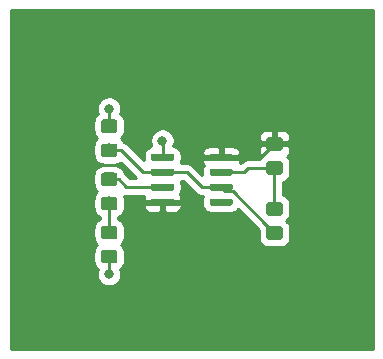
<source format=gbr>
G04 #@! TF.GenerationSoftware,KiCad,Pcbnew,(5.1.4)-1*
G04 #@! TF.CreationDate,2019-10-04T20:40:23-05:00*
G04 #@! TF.ProjectId,GettingToBlinky5.0,47657474-696e-4675-946f-426c696e6b79,rev?*
G04 #@! TF.SameCoordinates,Original*
G04 #@! TF.FileFunction,Copper,L1,Top*
G04 #@! TF.FilePolarity,Positive*
%FSLAX46Y46*%
G04 Gerber Fmt 4.6, Leading zero omitted, Abs format (unit mm)*
G04 Created by KiCad (PCBNEW (5.1.4)-1) date 2019-10-04 20:40:23*
%MOMM*%
%LPD*%
G04 APERTURE LIST*
%ADD10C,0.100000*%
%ADD11C,0.600000*%
%ADD12C,1.150000*%
%ADD13C,0.800000*%
%ADD14C,0.250000*%
%ADD15C,0.254000*%
G04 APERTURE END LIST*
D10*
G36*
X149314703Y-94795722D02*
G01*
X149329264Y-94797882D01*
X149343543Y-94801459D01*
X149357403Y-94806418D01*
X149370710Y-94812712D01*
X149383336Y-94820280D01*
X149395159Y-94829048D01*
X149406066Y-94838934D01*
X149415952Y-94849841D01*
X149424720Y-94861664D01*
X149432288Y-94874290D01*
X149438582Y-94887597D01*
X149443541Y-94901457D01*
X149447118Y-94915736D01*
X149449278Y-94930297D01*
X149450000Y-94945000D01*
X149450000Y-95245000D01*
X149449278Y-95259703D01*
X149447118Y-95274264D01*
X149443541Y-95288543D01*
X149438582Y-95302403D01*
X149432288Y-95315710D01*
X149424720Y-95328336D01*
X149415952Y-95340159D01*
X149406066Y-95351066D01*
X149395159Y-95360952D01*
X149383336Y-95369720D01*
X149370710Y-95377288D01*
X149357403Y-95383582D01*
X149343543Y-95388541D01*
X149329264Y-95392118D01*
X149314703Y-95394278D01*
X149300000Y-95395000D01*
X147650000Y-95395000D01*
X147635297Y-95394278D01*
X147620736Y-95392118D01*
X147606457Y-95388541D01*
X147592597Y-95383582D01*
X147579290Y-95377288D01*
X147566664Y-95369720D01*
X147554841Y-95360952D01*
X147543934Y-95351066D01*
X147534048Y-95340159D01*
X147525280Y-95328336D01*
X147517712Y-95315710D01*
X147511418Y-95302403D01*
X147506459Y-95288543D01*
X147502882Y-95274264D01*
X147500722Y-95259703D01*
X147500000Y-95245000D01*
X147500000Y-94945000D01*
X147500722Y-94930297D01*
X147502882Y-94915736D01*
X147506459Y-94901457D01*
X147511418Y-94887597D01*
X147517712Y-94874290D01*
X147525280Y-94861664D01*
X147534048Y-94849841D01*
X147543934Y-94838934D01*
X147554841Y-94829048D01*
X147566664Y-94820280D01*
X147579290Y-94812712D01*
X147592597Y-94806418D01*
X147606457Y-94801459D01*
X147620736Y-94797882D01*
X147635297Y-94795722D01*
X147650000Y-94795000D01*
X149300000Y-94795000D01*
X149314703Y-94795722D01*
X149314703Y-94795722D01*
G37*
D11*
X148475000Y-95095000D03*
D10*
G36*
X149314703Y-96065722D02*
G01*
X149329264Y-96067882D01*
X149343543Y-96071459D01*
X149357403Y-96076418D01*
X149370710Y-96082712D01*
X149383336Y-96090280D01*
X149395159Y-96099048D01*
X149406066Y-96108934D01*
X149415952Y-96119841D01*
X149424720Y-96131664D01*
X149432288Y-96144290D01*
X149438582Y-96157597D01*
X149443541Y-96171457D01*
X149447118Y-96185736D01*
X149449278Y-96200297D01*
X149450000Y-96215000D01*
X149450000Y-96515000D01*
X149449278Y-96529703D01*
X149447118Y-96544264D01*
X149443541Y-96558543D01*
X149438582Y-96572403D01*
X149432288Y-96585710D01*
X149424720Y-96598336D01*
X149415952Y-96610159D01*
X149406066Y-96621066D01*
X149395159Y-96630952D01*
X149383336Y-96639720D01*
X149370710Y-96647288D01*
X149357403Y-96653582D01*
X149343543Y-96658541D01*
X149329264Y-96662118D01*
X149314703Y-96664278D01*
X149300000Y-96665000D01*
X147650000Y-96665000D01*
X147635297Y-96664278D01*
X147620736Y-96662118D01*
X147606457Y-96658541D01*
X147592597Y-96653582D01*
X147579290Y-96647288D01*
X147566664Y-96639720D01*
X147554841Y-96630952D01*
X147543934Y-96621066D01*
X147534048Y-96610159D01*
X147525280Y-96598336D01*
X147517712Y-96585710D01*
X147511418Y-96572403D01*
X147506459Y-96558543D01*
X147502882Y-96544264D01*
X147500722Y-96529703D01*
X147500000Y-96515000D01*
X147500000Y-96215000D01*
X147500722Y-96200297D01*
X147502882Y-96185736D01*
X147506459Y-96171457D01*
X147511418Y-96157597D01*
X147517712Y-96144290D01*
X147525280Y-96131664D01*
X147534048Y-96119841D01*
X147543934Y-96108934D01*
X147554841Y-96099048D01*
X147566664Y-96090280D01*
X147579290Y-96082712D01*
X147592597Y-96076418D01*
X147606457Y-96071459D01*
X147620736Y-96067882D01*
X147635297Y-96065722D01*
X147650000Y-96065000D01*
X149300000Y-96065000D01*
X149314703Y-96065722D01*
X149314703Y-96065722D01*
G37*
D11*
X148475000Y-96365000D03*
D10*
G36*
X149314703Y-97335722D02*
G01*
X149329264Y-97337882D01*
X149343543Y-97341459D01*
X149357403Y-97346418D01*
X149370710Y-97352712D01*
X149383336Y-97360280D01*
X149395159Y-97369048D01*
X149406066Y-97378934D01*
X149415952Y-97389841D01*
X149424720Y-97401664D01*
X149432288Y-97414290D01*
X149438582Y-97427597D01*
X149443541Y-97441457D01*
X149447118Y-97455736D01*
X149449278Y-97470297D01*
X149450000Y-97485000D01*
X149450000Y-97785000D01*
X149449278Y-97799703D01*
X149447118Y-97814264D01*
X149443541Y-97828543D01*
X149438582Y-97842403D01*
X149432288Y-97855710D01*
X149424720Y-97868336D01*
X149415952Y-97880159D01*
X149406066Y-97891066D01*
X149395159Y-97900952D01*
X149383336Y-97909720D01*
X149370710Y-97917288D01*
X149357403Y-97923582D01*
X149343543Y-97928541D01*
X149329264Y-97932118D01*
X149314703Y-97934278D01*
X149300000Y-97935000D01*
X147650000Y-97935000D01*
X147635297Y-97934278D01*
X147620736Y-97932118D01*
X147606457Y-97928541D01*
X147592597Y-97923582D01*
X147579290Y-97917288D01*
X147566664Y-97909720D01*
X147554841Y-97900952D01*
X147543934Y-97891066D01*
X147534048Y-97880159D01*
X147525280Y-97868336D01*
X147517712Y-97855710D01*
X147511418Y-97842403D01*
X147506459Y-97828543D01*
X147502882Y-97814264D01*
X147500722Y-97799703D01*
X147500000Y-97785000D01*
X147500000Y-97485000D01*
X147500722Y-97470297D01*
X147502882Y-97455736D01*
X147506459Y-97441457D01*
X147511418Y-97427597D01*
X147517712Y-97414290D01*
X147525280Y-97401664D01*
X147534048Y-97389841D01*
X147543934Y-97378934D01*
X147554841Y-97369048D01*
X147566664Y-97360280D01*
X147579290Y-97352712D01*
X147592597Y-97346418D01*
X147606457Y-97341459D01*
X147620736Y-97337882D01*
X147635297Y-97335722D01*
X147650000Y-97335000D01*
X149300000Y-97335000D01*
X149314703Y-97335722D01*
X149314703Y-97335722D01*
G37*
D11*
X148475000Y-97635000D03*
D10*
G36*
X149314703Y-98605722D02*
G01*
X149329264Y-98607882D01*
X149343543Y-98611459D01*
X149357403Y-98616418D01*
X149370710Y-98622712D01*
X149383336Y-98630280D01*
X149395159Y-98639048D01*
X149406066Y-98648934D01*
X149415952Y-98659841D01*
X149424720Y-98671664D01*
X149432288Y-98684290D01*
X149438582Y-98697597D01*
X149443541Y-98711457D01*
X149447118Y-98725736D01*
X149449278Y-98740297D01*
X149450000Y-98755000D01*
X149450000Y-99055000D01*
X149449278Y-99069703D01*
X149447118Y-99084264D01*
X149443541Y-99098543D01*
X149438582Y-99112403D01*
X149432288Y-99125710D01*
X149424720Y-99138336D01*
X149415952Y-99150159D01*
X149406066Y-99161066D01*
X149395159Y-99170952D01*
X149383336Y-99179720D01*
X149370710Y-99187288D01*
X149357403Y-99193582D01*
X149343543Y-99198541D01*
X149329264Y-99202118D01*
X149314703Y-99204278D01*
X149300000Y-99205000D01*
X147650000Y-99205000D01*
X147635297Y-99204278D01*
X147620736Y-99202118D01*
X147606457Y-99198541D01*
X147592597Y-99193582D01*
X147579290Y-99187288D01*
X147566664Y-99179720D01*
X147554841Y-99170952D01*
X147543934Y-99161066D01*
X147534048Y-99150159D01*
X147525280Y-99138336D01*
X147517712Y-99125710D01*
X147511418Y-99112403D01*
X147506459Y-99098543D01*
X147502882Y-99084264D01*
X147500722Y-99069703D01*
X147500000Y-99055000D01*
X147500000Y-98755000D01*
X147500722Y-98740297D01*
X147502882Y-98725736D01*
X147506459Y-98711457D01*
X147511418Y-98697597D01*
X147517712Y-98684290D01*
X147525280Y-98671664D01*
X147534048Y-98659841D01*
X147543934Y-98648934D01*
X147554841Y-98639048D01*
X147566664Y-98630280D01*
X147579290Y-98622712D01*
X147592597Y-98616418D01*
X147606457Y-98611459D01*
X147620736Y-98607882D01*
X147635297Y-98605722D01*
X147650000Y-98605000D01*
X149300000Y-98605000D01*
X149314703Y-98605722D01*
X149314703Y-98605722D01*
G37*
D11*
X148475000Y-98905000D03*
D10*
G36*
X144364703Y-98605722D02*
G01*
X144379264Y-98607882D01*
X144393543Y-98611459D01*
X144407403Y-98616418D01*
X144420710Y-98622712D01*
X144433336Y-98630280D01*
X144445159Y-98639048D01*
X144456066Y-98648934D01*
X144465952Y-98659841D01*
X144474720Y-98671664D01*
X144482288Y-98684290D01*
X144488582Y-98697597D01*
X144493541Y-98711457D01*
X144497118Y-98725736D01*
X144499278Y-98740297D01*
X144500000Y-98755000D01*
X144500000Y-99055000D01*
X144499278Y-99069703D01*
X144497118Y-99084264D01*
X144493541Y-99098543D01*
X144488582Y-99112403D01*
X144482288Y-99125710D01*
X144474720Y-99138336D01*
X144465952Y-99150159D01*
X144456066Y-99161066D01*
X144445159Y-99170952D01*
X144433336Y-99179720D01*
X144420710Y-99187288D01*
X144407403Y-99193582D01*
X144393543Y-99198541D01*
X144379264Y-99202118D01*
X144364703Y-99204278D01*
X144350000Y-99205000D01*
X142700000Y-99205000D01*
X142685297Y-99204278D01*
X142670736Y-99202118D01*
X142656457Y-99198541D01*
X142642597Y-99193582D01*
X142629290Y-99187288D01*
X142616664Y-99179720D01*
X142604841Y-99170952D01*
X142593934Y-99161066D01*
X142584048Y-99150159D01*
X142575280Y-99138336D01*
X142567712Y-99125710D01*
X142561418Y-99112403D01*
X142556459Y-99098543D01*
X142552882Y-99084264D01*
X142550722Y-99069703D01*
X142550000Y-99055000D01*
X142550000Y-98755000D01*
X142550722Y-98740297D01*
X142552882Y-98725736D01*
X142556459Y-98711457D01*
X142561418Y-98697597D01*
X142567712Y-98684290D01*
X142575280Y-98671664D01*
X142584048Y-98659841D01*
X142593934Y-98648934D01*
X142604841Y-98639048D01*
X142616664Y-98630280D01*
X142629290Y-98622712D01*
X142642597Y-98616418D01*
X142656457Y-98611459D01*
X142670736Y-98607882D01*
X142685297Y-98605722D01*
X142700000Y-98605000D01*
X144350000Y-98605000D01*
X144364703Y-98605722D01*
X144364703Y-98605722D01*
G37*
D11*
X143525000Y-98905000D03*
D10*
G36*
X144364703Y-97335722D02*
G01*
X144379264Y-97337882D01*
X144393543Y-97341459D01*
X144407403Y-97346418D01*
X144420710Y-97352712D01*
X144433336Y-97360280D01*
X144445159Y-97369048D01*
X144456066Y-97378934D01*
X144465952Y-97389841D01*
X144474720Y-97401664D01*
X144482288Y-97414290D01*
X144488582Y-97427597D01*
X144493541Y-97441457D01*
X144497118Y-97455736D01*
X144499278Y-97470297D01*
X144500000Y-97485000D01*
X144500000Y-97785000D01*
X144499278Y-97799703D01*
X144497118Y-97814264D01*
X144493541Y-97828543D01*
X144488582Y-97842403D01*
X144482288Y-97855710D01*
X144474720Y-97868336D01*
X144465952Y-97880159D01*
X144456066Y-97891066D01*
X144445159Y-97900952D01*
X144433336Y-97909720D01*
X144420710Y-97917288D01*
X144407403Y-97923582D01*
X144393543Y-97928541D01*
X144379264Y-97932118D01*
X144364703Y-97934278D01*
X144350000Y-97935000D01*
X142700000Y-97935000D01*
X142685297Y-97934278D01*
X142670736Y-97932118D01*
X142656457Y-97928541D01*
X142642597Y-97923582D01*
X142629290Y-97917288D01*
X142616664Y-97909720D01*
X142604841Y-97900952D01*
X142593934Y-97891066D01*
X142584048Y-97880159D01*
X142575280Y-97868336D01*
X142567712Y-97855710D01*
X142561418Y-97842403D01*
X142556459Y-97828543D01*
X142552882Y-97814264D01*
X142550722Y-97799703D01*
X142550000Y-97785000D01*
X142550000Y-97485000D01*
X142550722Y-97470297D01*
X142552882Y-97455736D01*
X142556459Y-97441457D01*
X142561418Y-97427597D01*
X142567712Y-97414290D01*
X142575280Y-97401664D01*
X142584048Y-97389841D01*
X142593934Y-97378934D01*
X142604841Y-97369048D01*
X142616664Y-97360280D01*
X142629290Y-97352712D01*
X142642597Y-97346418D01*
X142656457Y-97341459D01*
X142670736Y-97337882D01*
X142685297Y-97335722D01*
X142700000Y-97335000D01*
X144350000Y-97335000D01*
X144364703Y-97335722D01*
X144364703Y-97335722D01*
G37*
D11*
X143525000Y-97635000D03*
D10*
G36*
X144364703Y-96065722D02*
G01*
X144379264Y-96067882D01*
X144393543Y-96071459D01*
X144407403Y-96076418D01*
X144420710Y-96082712D01*
X144433336Y-96090280D01*
X144445159Y-96099048D01*
X144456066Y-96108934D01*
X144465952Y-96119841D01*
X144474720Y-96131664D01*
X144482288Y-96144290D01*
X144488582Y-96157597D01*
X144493541Y-96171457D01*
X144497118Y-96185736D01*
X144499278Y-96200297D01*
X144500000Y-96215000D01*
X144500000Y-96515000D01*
X144499278Y-96529703D01*
X144497118Y-96544264D01*
X144493541Y-96558543D01*
X144488582Y-96572403D01*
X144482288Y-96585710D01*
X144474720Y-96598336D01*
X144465952Y-96610159D01*
X144456066Y-96621066D01*
X144445159Y-96630952D01*
X144433336Y-96639720D01*
X144420710Y-96647288D01*
X144407403Y-96653582D01*
X144393543Y-96658541D01*
X144379264Y-96662118D01*
X144364703Y-96664278D01*
X144350000Y-96665000D01*
X142700000Y-96665000D01*
X142685297Y-96664278D01*
X142670736Y-96662118D01*
X142656457Y-96658541D01*
X142642597Y-96653582D01*
X142629290Y-96647288D01*
X142616664Y-96639720D01*
X142604841Y-96630952D01*
X142593934Y-96621066D01*
X142584048Y-96610159D01*
X142575280Y-96598336D01*
X142567712Y-96585710D01*
X142561418Y-96572403D01*
X142556459Y-96558543D01*
X142552882Y-96544264D01*
X142550722Y-96529703D01*
X142550000Y-96515000D01*
X142550000Y-96215000D01*
X142550722Y-96200297D01*
X142552882Y-96185736D01*
X142556459Y-96171457D01*
X142561418Y-96157597D01*
X142567712Y-96144290D01*
X142575280Y-96131664D01*
X142584048Y-96119841D01*
X142593934Y-96108934D01*
X142604841Y-96099048D01*
X142616664Y-96090280D01*
X142629290Y-96082712D01*
X142642597Y-96076418D01*
X142656457Y-96071459D01*
X142670736Y-96067882D01*
X142685297Y-96065722D01*
X142700000Y-96065000D01*
X144350000Y-96065000D01*
X144364703Y-96065722D01*
X144364703Y-96065722D01*
G37*
D11*
X143525000Y-96365000D03*
D10*
G36*
X144364703Y-94795722D02*
G01*
X144379264Y-94797882D01*
X144393543Y-94801459D01*
X144407403Y-94806418D01*
X144420710Y-94812712D01*
X144433336Y-94820280D01*
X144445159Y-94829048D01*
X144456066Y-94838934D01*
X144465952Y-94849841D01*
X144474720Y-94861664D01*
X144482288Y-94874290D01*
X144488582Y-94887597D01*
X144493541Y-94901457D01*
X144497118Y-94915736D01*
X144499278Y-94930297D01*
X144500000Y-94945000D01*
X144500000Y-95245000D01*
X144499278Y-95259703D01*
X144497118Y-95274264D01*
X144493541Y-95288543D01*
X144488582Y-95302403D01*
X144482288Y-95315710D01*
X144474720Y-95328336D01*
X144465952Y-95340159D01*
X144456066Y-95351066D01*
X144445159Y-95360952D01*
X144433336Y-95369720D01*
X144420710Y-95377288D01*
X144407403Y-95383582D01*
X144393543Y-95388541D01*
X144379264Y-95392118D01*
X144364703Y-95394278D01*
X144350000Y-95395000D01*
X142700000Y-95395000D01*
X142685297Y-95394278D01*
X142670736Y-95392118D01*
X142656457Y-95388541D01*
X142642597Y-95383582D01*
X142629290Y-95377288D01*
X142616664Y-95369720D01*
X142604841Y-95360952D01*
X142593934Y-95351066D01*
X142584048Y-95340159D01*
X142575280Y-95328336D01*
X142567712Y-95315710D01*
X142561418Y-95302403D01*
X142556459Y-95288543D01*
X142552882Y-95274264D01*
X142550722Y-95259703D01*
X142550000Y-95245000D01*
X142550000Y-94945000D01*
X142550722Y-94930297D01*
X142552882Y-94915736D01*
X142556459Y-94901457D01*
X142561418Y-94887597D01*
X142567712Y-94874290D01*
X142575280Y-94861664D01*
X142584048Y-94849841D01*
X142593934Y-94838934D01*
X142604841Y-94829048D01*
X142616664Y-94820280D01*
X142629290Y-94812712D01*
X142642597Y-94806418D01*
X142656457Y-94801459D01*
X142670736Y-94797882D01*
X142685297Y-94795722D01*
X142700000Y-94795000D01*
X144350000Y-94795000D01*
X144364703Y-94795722D01*
X144364703Y-94795722D01*
G37*
D11*
X143525000Y-95095000D03*
D10*
G36*
X139474505Y-98451204D02*
G01*
X139498773Y-98454804D01*
X139522572Y-98460765D01*
X139545671Y-98469030D01*
X139567850Y-98479520D01*
X139588893Y-98492132D01*
X139608599Y-98506747D01*
X139626777Y-98523223D01*
X139643253Y-98541401D01*
X139657868Y-98561107D01*
X139670480Y-98582150D01*
X139680970Y-98604329D01*
X139689235Y-98627428D01*
X139695196Y-98651227D01*
X139698796Y-98675495D01*
X139700000Y-98699999D01*
X139700000Y-99350001D01*
X139698796Y-99374505D01*
X139695196Y-99398773D01*
X139689235Y-99422572D01*
X139680970Y-99445671D01*
X139670480Y-99467850D01*
X139657868Y-99488893D01*
X139643253Y-99508599D01*
X139626777Y-99526777D01*
X139608599Y-99543253D01*
X139588893Y-99557868D01*
X139567850Y-99570480D01*
X139545671Y-99580970D01*
X139522572Y-99589235D01*
X139498773Y-99595196D01*
X139474505Y-99598796D01*
X139450001Y-99600000D01*
X138549999Y-99600000D01*
X138525495Y-99598796D01*
X138501227Y-99595196D01*
X138477428Y-99589235D01*
X138454329Y-99580970D01*
X138432150Y-99570480D01*
X138411107Y-99557868D01*
X138391401Y-99543253D01*
X138373223Y-99526777D01*
X138356747Y-99508599D01*
X138342132Y-99488893D01*
X138329520Y-99467850D01*
X138319030Y-99445671D01*
X138310765Y-99422572D01*
X138304804Y-99398773D01*
X138301204Y-99374505D01*
X138300000Y-99350001D01*
X138300000Y-98699999D01*
X138301204Y-98675495D01*
X138304804Y-98651227D01*
X138310765Y-98627428D01*
X138319030Y-98604329D01*
X138329520Y-98582150D01*
X138342132Y-98561107D01*
X138356747Y-98541401D01*
X138373223Y-98523223D01*
X138391401Y-98506747D01*
X138411107Y-98492132D01*
X138432150Y-98479520D01*
X138454329Y-98469030D01*
X138477428Y-98460765D01*
X138501227Y-98454804D01*
X138525495Y-98451204D01*
X138549999Y-98450000D01*
X139450001Y-98450000D01*
X139474505Y-98451204D01*
X139474505Y-98451204D01*
G37*
D12*
X139000000Y-99025000D03*
D10*
G36*
X139474505Y-96401204D02*
G01*
X139498773Y-96404804D01*
X139522572Y-96410765D01*
X139545671Y-96419030D01*
X139567850Y-96429520D01*
X139588893Y-96442132D01*
X139608599Y-96456747D01*
X139626777Y-96473223D01*
X139643253Y-96491401D01*
X139657868Y-96511107D01*
X139670480Y-96532150D01*
X139680970Y-96554329D01*
X139689235Y-96577428D01*
X139695196Y-96601227D01*
X139698796Y-96625495D01*
X139700000Y-96649999D01*
X139700000Y-97300001D01*
X139698796Y-97324505D01*
X139695196Y-97348773D01*
X139689235Y-97372572D01*
X139680970Y-97395671D01*
X139670480Y-97417850D01*
X139657868Y-97438893D01*
X139643253Y-97458599D01*
X139626777Y-97476777D01*
X139608599Y-97493253D01*
X139588893Y-97507868D01*
X139567850Y-97520480D01*
X139545671Y-97530970D01*
X139522572Y-97539235D01*
X139498773Y-97545196D01*
X139474505Y-97548796D01*
X139450001Y-97550000D01*
X138549999Y-97550000D01*
X138525495Y-97548796D01*
X138501227Y-97545196D01*
X138477428Y-97539235D01*
X138454329Y-97530970D01*
X138432150Y-97520480D01*
X138411107Y-97507868D01*
X138391401Y-97493253D01*
X138373223Y-97476777D01*
X138356747Y-97458599D01*
X138342132Y-97438893D01*
X138329520Y-97417850D01*
X138319030Y-97395671D01*
X138310765Y-97372572D01*
X138304804Y-97348773D01*
X138301204Y-97324505D01*
X138300000Y-97300001D01*
X138300000Y-96649999D01*
X138301204Y-96625495D01*
X138304804Y-96601227D01*
X138310765Y-96577428D01*
X138319030Y-96554329D01*
X138329520Y-96532150D01*
X138342132Y-96511107D01*
X138356747Y-96491401D01*
X138373223Y-96473223D01*
X138391401Y-96456747D01*
X138411107Y-96442132D01*
X138432150Y-96429520D01*
X138454329Y-96419030D01*
X138477428Y-96410765D01*
X138501227Y-96404804D01*
X138525495Y-96401204D01*
X138549999Y-96400000D01*
X139450001Y-96400000D01*
X139474505Y-96401204D01*
X139474505Y-96401204D01*
G37*
D12*
X139000000Y-96975000D03*
D10*
G36*
X153474505Y-100951204D02*
G01*
X153498773Y-100954804D01*
X153522572Y-100960765D01*
X153545671Y-100969030D01*
X153567850Y-100979520D01*
X153588893Y-100992132D01*
X153608599Y-101006747D01*
X153626777Y-101023223D01*
X153643253Y-101041401D01*
X153657868Y-101061107D01*
X153670480Y-101082150D01*
X153680970Y-101104329D01*
X153689235Y-101127428D01*
X153695196Y-101151227D01*
X153698796Y-101175495D01*
X153700000Y-101199999D01*
X153700000Y-101850001D01*
X153698796Y-101874505D01*
X153695196Y-101898773D01*
X153689235Y-101922572D01*
X153680970Y-101945671D01*
X153670480Y-101967850D01*
X153657868Y-101988893D01*
X153643253Y-102008599D01*
X153626777Y-102026777D01*
X153608599Y-102043253D01*
X153588893Y-102057868D01*
X153567850Y-102070480D01*
X153545671Y-102080970D01*
X153522572Y-102089235D01*
X153498773Y-102095196D01*
X153474505Y-102098796D01*
X153450001Y-102100000D01*
X152549999Y-102100000D01*
X152525495Y-102098796D01*
X152501227Y-102095196D01*
X152477428Y-102089235D01*
X152454329Y-102080970D01*
X152432150Y-102070480D01*
X152411107Y-102057868D01*
X152391401Y-102043253D01*
X152373223Y-102026777D01*
X152356747Y-102008599D01*
X152342132Y-101988893D01*
X152329520Y-101967850D01*
X152319030Y-101945671D01*
X152310765Y-101922572D01*
X152304804Y-101898773D01*
X152301204Y-101874505D01*
X152300000Y-101850001D01*
X152300000Y-101199999D01*
X152301204Y-101175495D01*
X152304804Y-101151227D01*
X152310765Y-101127428D01*
X152319030Y-101104329D01*
X152329520Y-101082150D01*
X152342132Y-101061107D01*
X152356747Y-101041401D01*
X152373223Y-101023223D01*
X152391401Y-101006747D01*
X152411107Y-100992132D01*
X152432150Y-100979520D01*
X152454329Y-100969030D01*
X152477428Y-100960765D01*
X152501227Y-100954804D01*
X152525495Y-100951204D01*
X152549999Y-100950000D01*
X153450001Y-100950000D01*
X153474505Y-100951204D01*
X153474505Y-100951204D01*
G37*
D12*
X153000000Y-101525000D03*
D10*
G36*
X153474505Y-98901204D02*
G01*
X153498773Y-98904804D01*
X153522572Y-98910765D01*
X153545671Y-98919030D01*
X153567850Y-98929520D01*
X153588893Y-98942132D01*
X153608599Y-98956747D01*
X153626777Y-98973223D01*
X153643253Y-98991401D01*
X153657868Y-99011107D01*
X153670480Y-99032150D01*
X153680970Y-99054329D01*
X153689235Y-99077428D01*
X153695196Y-99101227D01*
X153698796Y-99125495D01*
X153700000Y-99149999D01*
X153700000Y-99800001D01*
X153698796Y-99824505D01*
X153695196Y-99848773D01*
X153689235Y-99872572D01*
X153680970Y-99895671D01*
X153670480Y-99917850D01*
X153657868Y-99938893D01*
X153643253Y-99958599D01*
X153626777Y-99976777D01*
X153608599Y-99993253D01*
X153588893Y-100007868D01*
X153567850Y-100020480D01*
X153545671Y-100030970D01*
X153522572Y-100039235D01*
X153498773Y-100045196D01*
X153474505Y-100048796D01*
X153450001Y-100050000D01*
X152549999Y-100050000D01*
X152525495Y-100048796D01*
X152501227Y-100045196D01*
X152477428Y-100039235D01*
X152454329Y-100030970D01*
X152432150Y-100020480D01*
X152411107Y-100007868D01*
X152391401Y-99993253D01*
X152373223Y-99976777D01*
X152356747Y-99958599D01*
X152342132Y-99938893D01*
X152329520Y-99917850D01*
X152319030Y-99895671D01*
X152310765Y-99872572D01*
X152304804Y-99848773D01*
X152301204Y-99824505D01*
X152300000Y-99800001D01*
X152300000Y-99149999D01*
X152301204Y-99125495D01*
X152304804Y-99101227D01*
X152310765Y-99077428D01*
X152319030Y-99054329D01*
X152329520Y-99032150D01*
X152342132Y-99011107D01*
X152356747Y-98991401D01*
X152373223Y-98973223D01*
X152391401Y-98956747D01*
X152411107Y-98942132D01*
X152432150Y-98929520D01*
X152454329Y-98919030D01*
X152477428Y-98910765D01*
X152501227Y-98904804D01*
X152525495Y-98901204D01*
X152549999Y-98900000D01*
X153450001Y-98900000D01*
X153474505Y-98901204D01*
X153474505Y-98901204D01*
G37*
D12*
X153000000Y-99475000D03*
D10*
G36*
X153474505Y-95451204D02*
G01*
X153498773Y-95454804D01*
X153522572Y-95460765D01*
X153545671Y-95469030D01*
X153567850Y-95479520D01*
X153588893Y-95492132D01*
X153608599Y-95506747D01*
X153626777Y-95523223D01*
X153643253Y-95541401D01*
X153657868Y-95561107D01*
X153670480Y-95582150D01*
X153680970Y-95604329D01*
X153689235Y-95627428D01*
X153695196Y-95651227D01*
X153698796Y-95675495D01*
X153700000Y-95699999D01*
X153700000Y-96350001D01*
X153698796Y-96374505D01*
X153695196Y-96398773D01*
X153689235Y-96422572D01*
X153680970Y-96445671D01*
X153670480Y-96467850D01*
X153657868Y-96488893D01*
X153643253Y-96508599D01*
X153626777Y-96526777D01*
X153608599Y-96543253D01*
X153588893Y-96557868D01*
X153567850Y-96570480D01*
X153545671Y-96580970D01*
X153522572Y-96589235D01*
X153498773Y-96595196D01*
X153474505Y-96598796D01*
X153450001Y-96600000D01*
X152549999Y-96600000D01*
X152525495Y-96598796D01*
X152501227Y-96595196D01*
X152477428Y-96589235D01*
X152454329Y-96580970D01*
X152432150Y-96570480D01*
X152411107Y-96557868D01*
X152391401Y-96543253D01*
X152373223Y-96526777D01*
X152356747Y-96508599D01*
X152342132Y-96488893D01*
X152329520Y-96467850D01*
X152319030Y-96445671D01*
X152310765Y-96422572D01*
X152304804Y-96398773D01*
X152301204Y-96374505D01*
X152300000Y-96350001D01*
X152300000Y-95699999D01*
X152301204Y-95675495D01*
X152304804Y-95651227D01*
X152310765Y-95627428D01*
X152319030Y-95604329D01*
X152329520Y-95582150D01*
X152342132Y-95561107D01*
X152356747Y-95541401D01*
X152373223Y-95523223D01*
X152391401Y-95506747D01*
X152411107Y-95492132D01*
X152432150Y-95479520D01*
X152454329Y-95469030D01*
X152477428Y-95460765D01*
X152501227Y-95454804D01*
X152525495Y-95451204D01*
X152549999Y-95450000D01*
X153450001Y-95450000D01*
X153474505Y-95451204D01*
X153474505Y-95451204D01*
G37*
D12*
X153000000Y-96025000D03*
D10*
G36*
X153474505Y-93401204D02*
G01*
X153498773Y-93404804D01*
X153522572Y-93410765D01*
X153545671Y-93419030D01*
X153567850Y-93429520D01*
X153588893Y-93442132D01*
X153608599Y-93456747D01*
X153626777Y-93473223D01*
X153643253Y-93491401D01*
X153657868Y-93511107D01*
X153670480Y-93532150D01*
X153680970Y-93554329D01*
X153689235Y-93577428D01*
X153695196Y-93601227D01*
X153698796Y-93625495D01*
X153700000Y-93649999D01*
X153700000Y-94300001D01*
X153698796Y-94324505D01*
X153695196Y-94348773D01*
X153689235Y-94372572D01*
X153680970Y-94395671D01*
X153670480Y-94417850D01*
X153657868Y-94438893D01*
X153643253Y-94458599D01*
X153626777Y-94476777D01*
X153608599Y-94493253D01*
X153588893Y-94507868D01*
X153567850Y-94520480D01*
X153545671Y-94530970D01*
X153522572Y-94539235D01*
X153498773Y-94545196D01*
X153474505Y-94548796D01*
X153450001Y-94550000D01*
X152549999Y-94550000D01*
X152525495Y-94548796D01*
X152501227Y-94545196D01*
X152477428Y-94539235D01*
X152454329Y-94530970D01*
X152432150Y-94520480D01*
X152411107Y-94507868D01*
X152391401Y-94493253D01*
X152373223Y-94476777D01*
X152356747Y-94458599D01*
X152342132Y-94438893D01*
X152329520Y-94417850D01*
X152319030Y-94395671D01*
X152310765Y-94372572D01*
X152304804Y-94348773D01*
X152301204Y-94324505D01*
X152300000Y-94300001D01*
X152300000Y-93649999D01*
X152301204Y-93625495D01*
X152304804Y-93601227D01*
X152310765Y-93577428D01*
X152319030Y-93554329D01*
X152329520Y-93532150D01*
X152342132Y-93511107D01*
X152356747Y-93491401D01*
X152373223Y-93473223D01*
X152391401Y-93456747D01*
X152411107Y-93442132D01*
X152432150Y-93429520D01*
X152454329Y-93419030D01*
X152477428Y-93410765D01*
X152501227Y-93404804D01*
X152525495Y-93401204D01*
X152549999Y-93400000D01*
X153450001Y-93400000D01*
X153474505Y-93401204D01*
X153474505Y-93401204D01*
G37*
D12*
X153000000Y-93975000D03*
D10*
G36*
X139474505Y-100901204D02*
G01*
X139498773Y-100904804D01*
X139522572Y-100910765D01*
X139545671Y-100919030D01*
X139567850Y-100929520D01*
X139588893Y-100942132D01*
X139608599Y-100956747D01*
X139626777Y-100973223D01*
X139643253Y-100991401D01*
X139657868Y-101011107D01*
X139670480Y-101032150D01*
X139680970Y-101054329D01*
X139689235Y-101077428D01*
X139695196Y-101101227D01*
X139698796Y-101125495D01*
X139700000Y-101149999D01*
X139700000Y-101800001D01*
X139698796Y-101824505D01*
X139695196Y-101848773D01*
X139689235Y-101872572D01*
X139680970Y-101895671D01*
X139670480Y-101917850D01*
X139657868Y-101938893D01*
X139643253Y-101958599D01*
X139626777Y-101976777D01*
X139608599Y-101993253D01*
X139588893Y-102007868D01*
X139567850Y-102020480D01*
X139545671Y-102030970D01*
X139522572Y-102039235D01*
X139498773Y-102045196D01*
X139474505Y-102048796D01*
X139450001Y-102050000D01*
X138549999Y-102050000D01*
X138525495Y-102048796D01*
X138501227Y-102045196D01*
X138477428Y-102039235D01*
X138454329Y-102030970D01*
X138432150Y-102020480D01*
X138411107Y-102007868D01*
X138391401Y-101993253D01*
X138373223Y-101976777D01*
X138356747Y-101958599D01*
X138342132Y-101938893D01*
X138329520Y-101917850D01*
X138319030Y-101895671D01*
X138310765Y-101872572D01*
X138304804Y-101848773D01*
X138301204Y-101824505D01*
X138300000Y-101800001D01*
X138300000Y-101149999D01*
X138301204Y-101125495D01*
X138304804Y-101101227D01*
X138310765Y-101077428D01*
X138319030Y-101054329D01*
X138329520Y-101032150D01*
X138342132Y-101011107D01*
X138356747Y-100991401D01*
X138373223Y-100973223D01*
X138391401Y-100956747D01*
X138411107Y-100942132D01*
X138432150Y-100929520D01*
X138454329Y-100919030D01*
X138477428Y-100910765D01*
X138501227Y-100904804D01*
X138525495Y-100901204D01*
X138549999Y-100900000D01*
X139450001Y-100900000D01*
X139474505Y-100901204D01*
X139474505Y-100901204D01*
G37*
D12*
X139000000Y-101475000D03*
D10*
G36*
X139474505Y-102951204D02*
G01*
X139498773Y-102954804D01*
X139522572Y-102960765D01*
X139545671Y-102969030D01*
X139567850Y-102979520D01*
X139588893Y-102992132D01*
X139608599Y-103006747D01*
X139626777Y-103023223D01*
X139643253Y-103041401D01*
X139657868Y-103061107D01*
X139670480Y-103082150D01*
X139680970Y-103104329D01*
X139689235Y-103127428D01*
X139695196Y-103151227D01*
X139698796Y-103175495D01*
X139700000Y-103199999D01*
X139700000Y-103850001D01*
X139698796Y-103874505D01*
X139695196Y-103898773D01*
X139689235Y-103922572D01*
X139680970Y-103945671D01*
X139670480Y-103967850D01*
X139657868Y-103988893D01*
X139643253Y-104008599D01*
X139626777Y-104026777D01*
X139608599Y-104043253D01*
X139588893Y-104057868D01*
X139567850Y-104070480D01*
X139545671Y-104080970D01*
X139522572Y-104089235D01*
X139498773Y-104095196D01*
X139474505Y-104098796D01*
X139450001Y-104100000D01*
X138549999Y-104100000D01*
X138525495Y-104098796D01*
X138501227Y-104095196D01*
X138477428Y-104089235D01*
X138454329Y-104080970D01*
X138432150Y-104070480D01*
X138411107Y-104057868D01*
X138391401Y-104043253D01*
X138373223Y-104026777D01*
X138356747Y-104008599D01*
X138342132Y-103988893D01*
X138329520Y-103967850D01*
X138319030Y-103945671D01*
X138310765Y-103922572D01*
X138304804Y-103898773D01*
X138301204Y-103874505D01*
X138300000Y-103850001D01*
X138300000Y-103199999D01*
X138301204Y-103175495D01*
X138304804Y-103151227D01*
X138310765Y-103127428D01*
X138319030Y-103104329D01*
X138329520Y-103082150D01*
X138342132Y-103061107D01*
X138356747Y-103041401D01*
X138373223Y-103023223D01*
X138391401Y-103006747D01*
X138411107Y-102992132D01*
X138432150Y-102979520D01*
X138454329Y-102969030D01*
X138477428Y-102960765D01*
X138501227Y-102954804D01*
X138525495Y-102951204D01*
X138549999Y-102950000D01*
X139450001Y-102950000D01*
X139474505Y-102951204D01*
X139474505Y-102951204D01*
G37*
D12*
X139000000Y-103525000D03*
D10*
G36*
X139474505Y-91901204D02*
G01*
X139498773Y-91904804D01*
X139522572Y-91910765D01*
X139545671Y-91919030D01*
X139567850Y-91929520D01*
X139588893Y-91942132D01*
X139608599Y-91956747D01*
X139626777Y-91973223D01*
X139643253Y-91991401D01*
X139657868Y-92011107D01*
X139670480Y-92032150D01*
X139680970Y-92054329D01*
X139689235Y-92077428D01*
X139695196Y-92101227D01*
X139698796Y-92125495D01*
X139700000Y-92149999D01*
X139700000Y-92800001D01*
X139698796Y-92824505D01*
X139695196Y-92848773D01*
X139689235Y-92872572D01*
X139680970Y-92895671D01*
X139670480Y-92917850D01*
X139657868Y-92938893D01*
X139643253Y-92958599D01*
X139626777Y-92976777D01*
X139608599Y-92993253D01*
X139588893Y-93007868D01*
X139567850Y-93020480D01*
X139545671Y-93030970D01*
X139522572Y-93039235D01*
X139498773Y-93045196D01*
X139474505Y-93048796D01*
X139450001Y-93050000D01*
X138549999Y-93050000D01*
X138525495Y-93048796D01*
X138501227Y-93045196D01*
X138477428Y-93039235D01*
X138454329Y-93030970D01*
X138432150Y-93020480D01*
X138411107Y-93007868D01*
X138391401Y-92993253D01*
X138373223Y-92976777D01*
X138356747Y-92958599D01*
X138342132Y-92938893D01*
X138329520Y-92917850D01*
X138319030Y-92895671D01*
X138310765Y-92872572D01*
X138304804Y-92848773D01*
X138301204Y-92824505D01*
X138300000Y-92800001D01*
X138300000Y-92149999D01*
X138301204Y-92125495D01*
X138304804Y-92101227D01*
X138310765Y-92077428D01*
X138319030Y-92054329D01*
X138329520Y-92032150D01*
X138342132Y-92011107D01*
X138356747Y-91991401D01*
X138373223Y-91973223D01*
X138391401Y-91956747D01*
X138411107Y-91942132D01*
X138432150Y-91929520D01*
X138454329Y-91919030D01*
X138477428Y-91910765D01*
X138501227Y-91904804D01*
X138525495Y-91901204D01*
X138549999Y-91900000D01*
X139450001Y-91900000D01*
X139474505Y-91901204D01*
X139474505Y-91901204D01*
G37*
D12*
X139000000Y-92475000D03*
D10*
G36*
X139474505Y-93951204D02*
G01*
X139498773Y-93954804D01*
X139522572Y-93960765D01*
X139545671Y-93969030D01*
X139567850Y-93979520D01*
X139588893Y-93992132D01*
X139608599Y-94006747D01*
X139626777Y-94023223D01*
X139643253Y-94041401D01*
X139657868Y-94061107D01*
X139670480Y-94082150D01*
X139680970Y-94104329D01*
X139689235Y-94127428D01*
X139695196Y-94151227D01*
X139698796Y-94175495D01*
X139700000Y-94199999D01*
X139700000Y-94850001D01*
X139698796Y-94874505D01*
X139695196Y-94898773D01*
X139689235Y-94922572D01*
X139680970Y-94945671D01*
X139670480Y-94967850D01*
X139657868Y-94988893D01*
X139643253Y-95008599D01*
X139626777Y-95026777D01*
X139608599Y-95043253D01*
X139588893Y-95057868D01*
X139567850Y-95070480D01*
X139545671Y-95080970D01*
X139522572Y-95089235D01*
X139498773Y-95095196D01*
X139474505Y-95098796D01*
X139450001Y-95100000D01*
X138549999Y-95100000D01*
X138525495Y-95098796D01*
X138501227Y-95095196D01*
X138477428Y-95089235D01*
X138454329Y-95080970D01*
X138432150Y-95070480D01*
X138411107Y-95057868D01*
X138391401Y-95043253D01*
X138373223Y-95026777D01*
X138356747Y-95008599D01*
X138342132Y-94988893D01*
X138329520Y-94967850D01*
X138319030Y-94945671D01*
X138310765Y-94922572D01*
X138304804Y-94898773D01*
X138301204Y-94874505D01*
X138300000Y-94850001D01*
X138300000Y-94199999D01*
X138301204Y-94175495D01*
X138304804Y-94151227D01*
X138310765Y-94127428D01*
X138319030Y-94104329D01*
X138329520Y-94082150D01*
X138342132Y-94061107D01*
X138356747Y-94041401D01*
X138373223Y-94023223D01*
X138391401Y-94006747D01*
X138411107Y-93992132D01*
X138432150Y-93979520D01*
X138454329Y-93969030D01*
X138477428Y-93960765D01*
X138501227Y-93954804D01*
X138525495Y-93951204D01*
X138549999Y-93950000D01*
X139450001Y-93950000D01*
X139474505Y-93951204D01*
X139474505Y-93951204D01*
G37*
D12*
X139000000Y-94525000D03*
D13*
X139000000Y-105000000D03*
X139000000Y-91000000D03*
X143500000Y-93700000D03*
X133250000Y-93050000D03*
X158850000Y-93100000D03*
D14*
X139000000Y-103525000D02*
X139000000Y-105000000D01*
X139000000Y-92475000D02*
X139000000Y-91000000D01*
X143525000Y-95095000D02*
X143525000Y-93725000D01*
X143525000Y-93725000D02*
X143500000Y-93700000D01*
X139000000Y-99025000D02*
X139000000Y-101475000D01*
X142450000Y-97635000D02*
X143525000Y-97635000D01*
X140460000Y-97635000D02*
X142450000Y-97635000D01*
X139800000Y-96975000D02*
X140460000Y-97635000D01*
X139000000Y-96975000D02*
X139800000Y-96975000D01*
X151880000Y-95095000D02*
X153000000Y-93975000D01*
X148475000Y-95095000D02*
X151880000Y-95095000D01*
X139000000Y-94525000D02*
X140025000Y-94525000D01*
X141865000Y-96365000D02*
X143525000Y-96365000D01*
X140025000Y-94525000D02*
X141865000Y-96365000D01*
X152376628Y-100901628D02*
X153000000Y-101525000D01*
X149480710Y-98005710D02*
X152376628Y-100901628D01*
X148845710Y-98005710D02*
X149480710Y-98005710D01*
X148475000Y-97635000D02*
X148845710Y-98005710D01*
X146835000Y-97635000D02*
X148475000Y-97635000D01*
X143525000Y-96365000D02*
X145565000Y-96365000D01*
X145565000Y-96365000D02*
X146835000Y-97635000D01*
X148475000Y-96365000D02*
X150435000Y-96365000D01*
X150775000Y-96025000D02*
X153000000Y-96025000D01*
X150435000Y-96365000D02*
X150775000Y-96025000D01*
X153000000Y-96025000D02*
X153000000Y-99475000D01*
D15*
G36*
X161340000Y-111340000D02*
G01*
X130660000Y-111340000D01*
X130660000Y-92149999D01*
X137661928Y-92149999D01*
X137661928Y-92800001D01*
X137678992Y-92973255D01*
X137729528Y-93139851D01*
X137811595Y-93293387D01*
X137922038Y-93427962D01*
X138009816Y-93500000D01*
X137922038Y-93572038D01*
X137811595Y-93706613D01*
X137729528Y-93860149D01*
X137678992Y-94026745D01*
X137661928Y-94199999D01*
X137661928Y-94850001D01*
X137678992Y-95023255D01*
X137729528Y-95189851D01*
X137811595Y-95343387D01*
X137922038Y-95477962D01*
X138056613Y-95588405D01*
X138210149Y-95670472D01*
X138376745Y-95721008D01*
X138549999Y-95738072D01*
X139450001Y-95738072D01*
X139623255Y-95721008D01*
X139789851Y-95670472D01*
X139943387Y-95588405D01*
X139981953Y-95556754D01*
X141300198Y-96875000D01*
X140774802Y-96875000D01*
X140363803Y-96464002D01*
X140340001Y-96434999D01*
X140297852Y-96400408D01*
X140270472Y-96310149D01*
X140188405Y-96156613D01*
X140077962Y-96022038D01*
X139943387Y-95911595D01*
X139789851Y-95829528D01*
X139623255Y-95778992D01*
X139450001Y-95761928D01*
X138549999Y-95761928D01*
X138376745Y-95778992D01*
X138210149Y-95829528D01*
X138056613Y-95911595D01*
X137922038Y-96022038D01*
X137811595Y-96156613D01*
X137729528Y-96310149D01*
X137678992Y-96476745D01*
X137661928Y-96649999D01*
X137661928Y-97300001D01*
X137678992Y-97473255D01*
X137729528Y-97639851D01*
X137811595Y-97793387D01*
X137922038Y-97927962D01*
X138009816Y-98000000D01*
X137922038Y-98072038D01*
X137811595Y-98206613D01*
X137729528Y-98360149D01*
X137678992Y-98526745D01*
X137661928Y-98699999D01*
X137661928Y-99350001D01*
X137678992Y-99523255D01*
X137729528Y-99689851D01*
X137811595Y-99843387D01*
X137922038Y-99977962D01*
X138056613Y-100088405D01*
X138210149Y-100170472D01*
X138240000Y-100179527D01*
X138240001Y-100320473D01*
X138210149Y-100329528D01*
X138056613Y-100411595D01*
X137922038Y-100522038D01*
X137811595Y-100656613D01*
X137729528Y-100810149D01*
X137678992Y-100976745D01*
X137661928Y-101149999D01*
X137661928Y-101800001D01*
X137678992Y-101973255D01*
X137729528Y-102139851D01*
X137811595Y-102293387D01*
X137922038Y-102427962D01*
X138009816Y-102500000D01*
X137922038Y-102572038D01*
X137811595Y-102706613D01*
X137729528Y-102860149D01*
X137678992Y-103026745D01*
X137661928Y-103199999D01*
X137661928Y-103850001D01*
X137678992Y-104023255D01*
X137729528Y-104189851D01*
X137811595Y-104343387D01*
X137922038Y-104477962D01*
X138051836Y-104584485D01*
X138004774Y-104698102D01*
X137965000Y-104898061D01*
X137965000Y-105101939D01*
X138004774Y-105301898D01*
X138082795Y-105490256D01*
X138196063Y-105659774D01*
X138340226Y-105803937D01*
X138509744Y-105917205D01*
X138698102Y-105995226D01*
X138898061Y-106035000D01*
X139101939Y-106035000D01*
X139301898Y-105995226D01*
X139490256Y-105917205D01*
X139659774Y-105803937D01*
X139803937Y-105659774D01*
X139917205Y-105490256D01*
X139995226Y-105301898D01*
X140035000Y-105101939D01*
X140035000Y-104898061D01*
X139995226Y-104698102D01*
X139948164Y-104584485D01*
X140077962Y-104477962D01*
X140188405Y-104343387D01*
X140270472Y-104189851D01*
X140321008Y-104023255D01*
X140338072Y-103850001D01*
X140338072Y-103199999D01*
X140321008Y-103026745D01*
X140270472Y-102860149D01*
X140188405Y-102706613D01*
X140077962Y-102572038D01*
X139990184Y-102500000D01*
X140077962Y-102427962D01*
X140188405Y-102293387D01*
X140270472Y-102139851D01*
X140321008Y-101973255D01*
X140338072Y-101800001D01*
X140338072Y-101149999D01*
X140321008Y-100976745D01*
X140270472Y-100810149D01*
X140188405Y-100656613D01*
X140077962Y-100522038D01*
X139943387Y-100411595D01*
X139789851Y-100329528D01*
X139760000Y-100320473D01*
X139760000Y-100179527D01*
X139789851Y-100170472D01*
X139943387Y-100088405D01*
X140077962Y-99977962D01*
X140188405Y-99843387D01*
X140270472Y-99689851D01*
X140321008Y-99523255D01*
X140338072Y-99350001D01*
X140338072Y-99205000D01*
X141911928Y-99205000D01*
X141924188Y-99329482D01*
X141960498Y-99449180D01*
X142019463Y-99559494D01*
X142098815Y-99656185D01*
X142195506Y-99735537D01*
X142305820Y-99794502D01*
X142425518Y-99830812D01*
X142550000Y-99843072D01*
X143239250Y-99840000D01*
X143398000Y-99681250D01*
X143398000Y-99032000D01*
X143652000Y-99032000D01*
X143652000Y-99681250D01*
X143810750Y-99840000D01*
X144500000Y-99843072D01*
X144624482Y-99830812D01*
X144744180Y-99794502D01*
X144854494Y-99735537D01*
X144951185Y-99656185D01*
X145030537Y-99559494D01*
X145089502Y-99449180D01*
X145125812Y-99329482D01*
X145138072Y-99205000D01*
X145135000Y-99190750D01*
X144976250Y-99032000D01*
X143652000Y-99032000D01*
X143398000Y-99032000D01*
X142073750Y-99032000D01*
X141915000Y-99190750D01*
X141911928Y-99205000D01*
X140338072Y-99205000D01*
X140338072Y-98699999D01*
X140321008Y-98526745D01*
X140274333Y-98372876D01*
X140311014Y-98384003D01*
X140422667Y-98395000D01*
X140422677Y-98395000D01*
X140460000Y-98398676D01*
X140497323Y-98395000D01*
X141950130Y-98395000D01*
X141924188Y-98480518D01*
X141911928Y-98605000D01*
X141915000Y-98619250D01*
X142073750Y-98778000D01*
X143398000Y-98778000D01*
X143398000Y-98758000D01*
X143652000Y-98758000D01*
X143652000Y-98778000D01*
X144976250Y-98778000D01*
X145135000Y-98619250D01*
X145138072Y-98605000D01*
X145125812Y-98480518D01*
X145089502Y-98360820D01*
X145030537Y-98250506D01*
X145006270Y-98220936D01*
X145078084Y-98086582D01*
X145122929Y-97938745D01*
X145138072Y-97785000D01*
X145138072Y-97485000D01*
X145122929Y-97331255D01*
X145078084Y-97183418D01*
X145046859Y-97125000D01*
X145250199Y-97125000D01*
X146271200Y-98146002D01*
X146294999Y-98175001D01*
X146410724Y-98269974D01*
X146542753Y-98340546D01*
X146686014Y-98384003D01*
X146797667Y-98395000D01*
X146797676Y-98395000D01*
X146834999Y-98398676D01*
X146872322Y-98395000D01*
X146953141Y-98395000D01*
X146921916Y-98453418D01*
X146877071Y-98601255D01*
X146861928Y-98755000D01*
X146861928Y-99055000D01*
X146877071Y-99208745D01*
X146921916Y-99356582D01*
X146994742Y-99492829D01*
X147092749Y-99612251D01*
X147212171Y-99710258D01*
X147348418Y-99783084D01*
X147496255Y-99827929D01*
X147650000Y-99843072D01*
X149300000Y-99843072D01*
X149453745Y-99827929D01*
X149601582Y-99783084D01*
X149737829Y-99710258D01*
X149857251Y-99612251D01*
X149927207Y-99527009D01*
X151661928Y-101261730D01*
X151661928Y-101850001D01*
X151678992Y-102023255D01*
X151729528Y-102189851D01*
X151811595Y-102343387D01*
X151922038Y-102477962D01*
X152056613Y-102588405D01*
X152210149Y-102670472D01*
X152376745Y-102721008D01*
X152549999Y-102738072D01*
X153450001Y-102738072D01*
X153623255Y-102721008D01*
X153789851Y-102670472D01*
X153943387Y-102588405D01*
X154077962Y-102477962D01*
X154188405Y-102343387D01*
X154270472Y-102189851D01*
X154321008Y-102023255D01*
X154338072Y-101850001D01*
X154338072Y-101199999D01*
X154321008Y-101026745D01*
X154270472Y-100860149D01*
X154188405Y-100706613D01*
X154077962Y-100572038D01*
X153990184Y-100500000D01*
X154077962Y-100427962D01*
X154188405Y-100293387D01*
X154270472Y-100139851D01*
X154321008Y-99973255D01*
X154338072Y-99800001D01*
X154338072Y-99149999D01*
X154321008Y-98976745D01*
X154270472Y-98810149D01*
X154188405Y-98656613D01*
X154077962Y-98522038D01*
X153943387Y-98411595D01*
X153789851Y-98329528D01*
X153760000Y-98320473D01*
X153760000Y-97179527D01*
X153789851Y-97170472D01*
X153943387Y-97088405D01*
X154077962Y-96977962D01*
X154188405Y-96843387D01*
X154270472Y-96689851D01*
X154321008Y-96523255D01*
X154338072Y-96350001D01*
X154338072Y-95699999D01*
X154321008Y-95526745D01*
X154270472Y-95360149D01*
X154188405Y-95206613D01*
X154077962Y-95072038D01*
X154071406Y-95066658D01*
X154151185Y-95001185D01*
X154230537Y-94904494D01*
X154289502Y-94794180D01*
X154325812Y-94674482D01*
X154338072Y-94550000D01*
X154335000Y-94260750D01*
X154176250Y-94102000D01*
X153127000Y-94102000D01*
X153127000Y-94122000D01*
X152873000Y-94122000D01*
X152873000Y-94102000D01*
X151823750Y-94102000D01*
X151665000Y-94260750D01*
X151661928Y-94550000D01*
X151674188Y-94674482D01*
X151710498Y-94794180D01*
X151769463Y-94904494D01*
X151848815Y-95001185D01*
X151928594Y-95066658D01*
X151922038Y-95072038D01*
X151811595Y-95206613D01*
X151780386Y-95265000D01*
X150812333Y-95265000D01*
X150775000Y-95261323D01*
X150737667Y-95265000D01*
X150626014Y-95275997D01*
X150482753Y-95319454D01*
X150350724Y-95390026D01*
X150234999Y-95484999D01*
X150211196Y-95514003D01*
X150120199Y-95605000D01*
X150049870Y-95605000D01*
X150075812Y-95519482D01*
X150088072Y-95395000D01*
X150085000Y-95380750D01*
X149926250Y-95222000D01*
X148602000Y-95222000D01*
X148602000Y-95242000D01*
X148348000Y-95242000D01*
X148348000Y-95222000D01*
X147023750Y-95222000D01*
X146865000Y-95380750D01*
X146861928Y-95395000D01*
X146874188Y-95519482D01*
X146910498Y-95639180D01*
X146969463Y-95749494D01*
X146993730Y-95779064D01*
X146921916Y-95913418D01*
X146877071Y-96061255D01*
X146861928Y-96215000D01*
X146861928Y-96515000D01*
X146869808Y-96595007D01*
X146128804Y-95854003D01*
X146105001Y-95824999D01*
X145989276Y-95730026D01*
X145857247Y-95659454D01*
X145713986Y-95615997D01*
X145602333Y-95605000D01*
X145602322Y-95605000D01*
X145565000Y-95601324D01*
X145527678Y-95605000D01*
X145046859Y-95605000D01*
X145078084Y-95546582D01*
X145122929Y-95398745D01*
X145138072Y-95245000D01*
X145138072Y-94945000D01*
X145123298Y-94795000D01*
X146861928Y-94795000D01*
X146865000Y-94809250D01*
X147023750Y-94968000D01*
X148348000Y-94968000D01*
X148348000Y-94318750D01*
X148602000Y-94318750D01*
X148602000Y-94968000D01*
X149926250Y-94968000D01*
X150085000Y-94809250D01*
X150088072Y-94795000D01*
X150075812Y-94670518D01*
X150039502Y-94550820D01*
X149980537Y-94440506D01*
X149901185Y-94343815D01*
X149804494Y-94264463D01*
X149694180Y-94205498D01*
X149574482Y-94169188D01*
X149450000Y-94156928D01*
X148760750Y-94160000D01*
X148602000Y-94318750D01*
X148348000Y-94318750D01*
X148189250Y-94160000D01*
X147500000Y-94156928D01*
X147375518Y-94169188D01*
X147255820Y-94205498D01*
X147145506Y-94264463D01*
X147048815Y-94343815D01*
X146969463Y-94440506D01*
X146910498Y-94550820D01*
X146874188Y-94670518D01*
X146861928Y-94795000D01*
X145123298Y-94795000D01*
X145122929Y-94791255D01*
X145078084Y-94643418D01*
X145005258Y-94507171D01*
X144907251Y-94387749D01*
X144787829Y-94289742D01*
X144651582Y-94216916D01*
X144503745Y-94172071D01*
X144427835Y-94164594D01*
X144495226Y-94001898D01*
X144535000Y-93801939D01*
X144535000Y-93598061D01*
X144495604Y-93400000D01*
X151661928Y-93400000D01*
X151665000Y-93689250D01*
X151823750Y-93848000D01*
X152873000Y-93848000D01*
X152873000Y-92923750D01*
X153127000Y-92923750D01*
X153127000Y-93848000D01*
X154176250Y-93848000D01*
X154335000Y-93689250D01*
X154338072Y-93400000D01*
X154325812Y-93275518D01*
X154289502Y-93155820D01*
X154230537Y-93045506D01*
X154151185Y-92948815D01*
X154054494Y-92869463D01*
X153944180Y-92810498D01*
X153824482Y-92774188D01*
X153700000Y-92761928D01*
X153285750Y-92765000D01*
X153127000Y-92923750D01*
X152873000Y-92923750D01*
X152714250Y-92765000D01*
X152300000Y-92761928D01*
X152175518Y-92774188D01*
X152055820Y-92810498D01*
X151945506Y-92869463D01*
X151848815Y-92948815D01*
X151769463Y-93045506D01*
X151710498Y-93155820D01*
X151674188Y-93275518D01*
X151661928Y-93400000D01*
X144495604Y-93400000D01*
X144495226Y-93398102D01*
X144417205Y-93209744D01*
X144303937Y-93040226D01*
X144159774Y-92896063D01*
X143990256Y-92782795D01*
X143801898Y-92704774D01*
X143601939Y-92665000D01*
X143398061Y-92665000D01*
X143198102Y-92704774D01*
X143009744Y-92782795D01*
X142840226Y-92896063D01*
X142696063Y-93040226D01*
X142582795Y-93209744D01*
X142504774Y-93398102D01*
X142465000Y-93598061D01*
X142465000Y-93801939D01*
X142504774Y-94001898D01*
X142574125Y-94169326D01*
X142546255Y-94172071D01*
X142398418Y-94216916D01*
X142262171Y-94289742D01*
X142142749Y-94387749D01*
X142044742Y-94507171D01*
X141971916Y-94643418D01*
X141927071Y-94791255D01*
X141911928Y-94945000D01*
X141911928Y-95245000D01*
X141921993Y-95347192D01*
X140588804Y-94014003D01*
X140565001Y-93984999D01*
X140449276Y-93890026D01*
X140317247Y-93819454D01*
X140235459Y-93794644D01*
X140188405Y-93706613D01*
X140077962Y-93572038D01*
X139990184Y-93500000D01*
X140077962Y-93427962D01*
X140188405Y-93293387D01*
X140270472Y-93139851D01*
X140321008Y-92973255D01*
X140338072Y-92800001D01*
X140338072Y-92149999D01*
X140321008Y-91976745D01*
X140270472Y-91810149D01*
X140188405Y-91656613D01*
X140077962Y-91522038D01*
X139948164Y-91415515D01*
X139995226Y-91301898D01*
X140035000Y-91101939D01*
X140035000Y-90898061D01*
X139995226Y-90698102D01*
X139917205Y-90509744D01*
X139803937Y-90340226D01*
X139659774Y-90196063D01*
X139490256Y-90082795D01*
X139301898Y-90004774D01*
X139101939Y-89965000D01*
X138898061Y-89965000D01*
X138698102Y-90004774D01*
X138509744Y-90082795D01*
X138340226Y-90196063D01*
X138196063Y-90340226D01*
X138082795Y-90509744D01*
X138004774Y-90698102D01*
X137965000Y-90898061D01*
X137965000Y-91101939D01*
X138004774Y-91301898D01*
X138051836Y-91415515D01*
X137922038Y-91522038D01*
X137811595Y-91656613D01*
X137729528Y-91810149D01*
X137678992Y-91976745D01*
X137661928Y-92149999D01*
X130660000Y-92149999D01*
X130660000Y-82660000D01*
X161340001Y-82660000D01*
X161340000Y-111340000D01*
X161340000Y-111340000D01*
G37*
X161340000Y-111340000D02*
X130660000Y-111340000D01*
X130660000Y-92149999D01*
X137661928Y-92149999D01*
X137661928Y-92800001D01*
X137678992Y-92973255D01*
X137729528Y-93139851D01*
X137811595Y-93293387D01*
X137922038Y-93427962D01*
X138009816Y-93500000D01*
X137922038Y-93572038D01*
X137811595Y-93706613D01*
X137729528Y-93860149D01*
X137678992Y-94026745D01*
X137661928Y-94199999D01*
X137661928Y-94850001D01*
X137678992Y-95023255D01*
X137729528Y-95189851D01*
X137811595Y-95343387D01*
X137922038Y-95477962D01*
X138056613Y-95588405D01*
X138210149Y-95670472D01*
X138376745Y-95721008D01*
X138549999Y-95738072D01*
X139450001Y-95738072D01*
X139623255Y-95721008D01*
X139789851Y-95670472D01*
X139943387Y-95588405D01*
X139981953Y-95556754D01*
X141300198Y-96875000D01*
X140774802Y-96875000D01*
X140363803Y-96464002D01*
X140340001Y-96434999D01*
X140297852Y-96400408D01*
X140270472Y-96310149D01*
X140188405Y-96156613D01*
X140077962Y-96022038D01*
X139943387Y-95911595D01*
X139789851Y-95829528D01*
X139623255Y-95778992D01*
X139450001Y-95761928D01*
X138549999Y-95761928D01*
X138376745Y-95778992D01*
X138210149Y-95829528D01*
X138056613Y-95911595D01*
X137922038Y-96022038D01*
X137811595Y-96156613D01*
X137729528Y-96310149D01*
X137678992Y-96476745D01*
X137661928Y-96649999D01*
X137661928Y-97300001D01*
X137678992Y-97473255D01*
X137729528Y-97639851D01*
X137811595Y-97793387D01*
X137922038Y-97927962D01*
X138009816Y-98000000D01*
X137922038Y-98072038D01*
X137811595Y-98206613D01*
X137729528Y-98360149D01*
X137678992Y-98526745D01*
X137661928Y-98699999D01*
X137661928Y-99350001D01*
X137678992Y-99523255D01*
X137729528Y-99689851D01*
X137811595Y-99843387D01*
X137922038Y-99977962D01*
X138056613Y-100088405D01*
X138210149Y-100170472D01*
X138240000Y-100179527D01*
X138240001Y-100320473D01*
X138210149Y-100329528D01*
X138056613Y-100411595D01*
X137922038Y-100522038D01*
X137811595Y-100656613D01*
X137729528Y-100810149D01*
X137678992Y-100976745D01*
X137661928Y-101149999D01*
X137661928Y-101800001D01*
X137678992Y-101973255D01*
X137729528Y-102139851D01*
X137811595Y-102293387D01*
X137922038Y-102427962D01*
X138009816Y-102500000D01*
X137922038Y-102572038D01*
X137811595Y-102706613D01*
X137729528Y-102860149D01*
X137678992Y-103026745D01*
X137661928Y-103199999D01*
X137661928Y-103850001D01*
X137678992Y-104023255D01*
X137729528Y-104189851D01*
X137811595Y-104343387D01*
X137922038Y-104477962D01*
X138051836Y-104584485D01*
X138004774Y-104698102D01*
X137965000Y-104898061D01*
X137965000Y-105101939D01*
X138004774Y-105301898D01*
X138082795Y-105490256D01*
X138196063Y-105659774D01*
X138340226Y-105803937D01*
X138509744Y-105917205D01*
X138698102Y-105995226D01*
X138898061Y-106035000D01*
X139101939Y-106035000D01*
X139301898Y-105995226D01*
X139490256Y-105917205D01*
X139659774Y-105803937D01*
X139803937Y-105659774D01*
X139917205Y-105490256D01*
X139995226Y-105301898D01*
X140035000Y-105101939D01*
X140035000Y-104898061D01*
X139995226Y-104698102D01*
X139948164Y-104584485D01*
X140077962Y-104477962D01*
X140188405Y-104343387D01*
X140270472Y-104189851D01*
X140321008Y-104023255D01*
X140338072Y-103850001D01*
X140338072Y-103199999D01*
X140321008Y-103026745D01*
X140270472Y-102860149D01*
X140188405Y-102706613D01*
X140077962Y-102572038D01*
X139990184Y-102500000D01*
X140077962Y-102427962D01*
X140188405Y-102293387D01*
X140270472Y-102139851D01*
X140321008Y-101973255D01*
X140338072Y-101800001D01*
X140338072Y-101149999D01*
X140321008Y-100976745D01*
X140270472Y-100810149D01*
X140188405Y-100656613D01*
X140077962Y-100522038D01*
X139943387Y-100411595D01*
X139789851Y-100329528D01*
X139760000Y-100320473D01*
X139760000Y-100179527D01*
X139789851Y-100170472D01*
X139943387Y-100088405D01*
X140077962Y-99977962D01*
X140188405Y-99843387D01*
X140270472Y-99689851D01*
X140321008Y-99523255D01*
X140338072Y-99350001D01*
X140338072Y-99205000D01*
X141911928Y-99205000D01*
X141924188Y-99329482D01*
X141960498Y-99449180D01*
X142019463Y-99559494D01*
X142098815Y-99656185D01*
X142195506Y-99735537D01*
X142305820Y-99794502D01*
X142425518Y-99830812D01*
X142550000Y-99843072D01*
X143239250Y-99840000D01*
X143398000Y-99681250D01*
X143398000Y-99032000D01*
X143652000Y-99032000D01*
X143652000Y-99681250D01*
X143810750Y-99840000D01*
X144500000Y-99843072D01*
X144624482Y-99830812D01*
X144744180Y-99794502D01*
X144854494Y-99735537D01*
X144951185Y-99656185D01*
X145030537Y-99559494D01*
X145089502Y-99449180D01*
X145125812Y-99329482D01*
X145138072Y-99205000D01*
X145135000Y-99190750D01*
X144976250Y-99032000D01*
X143652000Y-99032000D01*
X143398000Y-99032000D01*
X142073750Y-99032000D01*
X141915000Y-99190750D01*
X141911928Y-99205000D01*
X140338072Y-99205000D01*
X140338072Y-98699999D01*
X140321008Y-98526745D01*
X140274333Y-98372876D01*
X140311014Y-98384003D01*
X140422667Y-98395000D01*
X140422677Y-98395000D01*
X140460000Y-98398676D01*
X140497323Y-98395000D01*
X141950130Y-98395000D01*
X141924188Y-98480518D01*
X141911928Y-98605000D01*
X141915000Y-98619250D01*
X142073750Y-98778000D01*
X143398000Y-98778000D01*
X143398000Y-98758000D01*
X143652000Y-98758000D01*
X143652000Y-98778000D01*
X144976250Y-98778000D01*
X145135000Y-98619250D01*
X145138072Y-98605000D01*
X145125812Y-98480518D01*
X145089502Y-98360820D01*
X145030537Y-98250506D01*
X145006270Y-98220936D01*
X145078084Y-98086582D01*
X145122929Y-97938745D01*
X145138072Y-97785000D01*
X145138072Y-97485000D01*
X145122929Y-97331255D01*
X145078084Y-97183418D01*
X145046859Y-97125000D01*
X145250199Y-97125000D01*
X146271200Y-98146002D01*
X146294999Y-98175001D01*
X146410724Y-98269974D01*
X146542753Y-98340546D01*
X146686014Y-98384003D01*
X146797667Y-98395000D01*
X146797676Y-98395000D01*
X146834999Y-98398676D01*
X146872322Y-98395000D01*
X146953141Y-98395000D01*
X146921916Y-98453418D01*
X146877071Y-98601255D01*
X146861928Y-98755000D01*
X146861928Y-99055000D01*
X146877071Y-99208745D01*
X146921916Y-99356582D01*
X146994742Y-99492829D01*
X147092749Y-99612251D01*
X147212171Y-99710258D01*
X147348418Y-99783084D01*
X147496255Y-99827929D01*
X147650000Y-99843072D01*
X149300000Y-99843072D01*
X149453745Y-99827929D01*
X149601582Y-99783084D01*
X149737829Y-99710258D01*
X149857251Y-99612251D01*
X149927207Y-99527009D01*
X151661928Y-101261730D01*
X151661928Y-101850001D01*
X151678992Y-102023255D01*
X151729528Y-102189851D01*
X151811595Y-102343387D01*
X151922038Y-102477962D01*
X152056613Y-102588405D01*
X152210149Y-102670472D01*
X152376745Y-102721008D01*
X152549999Y-102738072D01*
X153450001Y-102738072D01*
X153623255Y-102721008D01*
X153789851Y-102670472D01*
X153943387Y-102588405D01*
X154077962Y-102477962D01*
X154188405Y-102343387D01*
X154270472Y-102189851D01*
X154321008Y-102023255D01*
X154338072Y-101850001D01*
X154338072Y-101199999D01*
X154321008Y-101026745D01*
X154270472Y-100860149D01*
X154188405Y-100706613D01*
X154077962Y-100572038D01*
X153990184Y-100500000D01*
X154077962Y-100427962D01*
X154188405Y-100293387D01*
X154270472Y-100139851D01*
X154321008Y-99973255D01*
X154338072Y-99800001D01*
X154338072Y-99149999D01*
X154321008Y-98976745D01*
X154270472Y-98810149D01*
X154188405Y-98656613D01*
X154077962Y-98522038D01*
X153943387Y-98411595D01*
X153789851Y-98329528D01*
X153760000Y-98320473D01*
X153760000Y-97179527D01*
X153789851Y-97170472D01*
X153943387Y-97088405D01*
X154077962Y-96977962D01*
X154188405Y-96843387D01*
X154270472Y-96689851D01*
X154321008Y-96523255D01*
X154338072Y-96350001D01*
X154338072Y-95699999D01*
X154321008Y-95526745D01*
X154270472Y-95360149D01*
X154188405Y-95206613D01*
X154077962Y-95072038D01*
X154071406Y-95066658D01*
X154151185Y-95001185D01*
X154230537Y-94904494D01*
X154289502Y-94794180D01*
X154325812Y-94674482D01*
X154338072Y-94550000D01*
X154335000Y-94260750D01*
X154176250Y-94102000D01*
X153127000Y-94102000D01*
X153127000Y-94122000D01*
X152873000Y-94122000D01*
X152873000Y-94102000D01*
X151823750Y-94102000D01*
X151665000Y-94260750D01*
X151661928Y-94550000D01*
X151674188Y-94674482D01*
X151710498Y-94794180D01*
X151769463Y-94904494D01*
X151848815Y-95001185D01*
X151928594Y-95066658D01*
X151922038Y-95072038D01*
X151811595Y-95206613D01*
X151780386Y-95265000D01*
X150812333Y-95265000D01*
X150775000Y-95261323D01*
X150737667Y-95265000D01*
X150626014Y-95275997D01*
X150482753Y-95319454D01*
X150350724Y-95390026D01*
X150234999Y-95484999D01*
X150211196Y-95514003D01*
X150120199Y-95605000D01*
X150049870Y-95605000D01*
X150075812Y-95519482D01*
X150088072Y-95395000D01*
X150085000Y-95380750D01*
X149926250Y-95222000D01*
X148602000Y-95222000D01*
X148602000Y-95242000D01*
X148348000Y-95242000D01*
X148348000Y-95222000D01*
X147023750Y-95222000D01*
X146865000Y-95380750D01*
X146861928Y-95395000D01*
X146874188Y-95519482D01*
X146910498Y-95639180D01*
X146969463Y-95749494D01*
X146993730Y-95779064D01*
X146921916Y-95913418D01*
X146877071Y-96061255D01*
X146861928Y-96215000D01*
X146861928Y-96515000D01*
X146869808Y-96595007D01*
X146128804Y-95854003D01*
X146105001Y-95824999D01*
X145989276Y-95730026D01*
X145857247Y-95659454D01*
X145713986Y-95615997D01*
X145602333Y-95605000D01*
X145602322Y-95605000D01*
X145565000Y-95601324D01*
X145527678Y-95605000D01*
X145046859Y-95605000D01*
X145078084Y-95546582D01*
X145122929Y-95398745D01*
X145138072Y-95245000D01*
X145138072Y-94945000D01*
X145123298Y-94795000D01*
X146861928Y-94795000D01*
X146865000Y-94809250D01*
X147023750Y-94968000D01*
X148348000Y-94968000D01*
X148348000Y-94318750D01*
X148602000Y-94318750D01*
X148602000Y-94968000D01*
X149926250Y-94968000D01*
X150085000Y-94809250D01*
X150088072Y-94795000D01*
X150075812Y-94670518D01*
X150039502Y-94550820D01*
X149980537Y-94440506D01*
X149901185Y-94343815D01*
X149804494Y-94264463D01*
X149694180Y-94205498D01*
X149574482Y-94169188D01*
X149450000Y-94156928D01*
X148760750Y-94160000D01*
X148602000Y-94318750D01*
X148348000Y-94318750D01*
X148189250Y-94160000D01*
X147500000Y-94156928D01*
X147375518Y-94169188D01*
X147255820Y-94205498D01*
X147145506Y-94264463D01*
X147048815Y-94343815D01*
X146969463Y-94440506D01*
X146910498Y-94550820D01*
X146874188Y-94670518D01*
X146861928Y-94795000D01*
X145123298Y-94795000D01*
X145122929Y-94791255D01*
X145078084Y-94643418D01*
X145005258Y-94507171D01*
X144907251Y-94387749D01*
X144787829Y-94289742D01*
X144651582Y-94216916D01*
X144503745Y-94172071D01*
X144427835Y-94164594D01*
X144495226Y-94001898D01*
X144535000Y-93801939D01*
X144535000Y-93598061D01*
X144495604Y-93400000D01*
X151661928Y-93400000D01*
X151665000Y-93689250D01*
X151823750Y-93848000D01*
X152873000Y-93848000D01*
X152873000Y-92923750D01*
X153127000Y-92923750D01*
X153127000Y-93848000D01*
X154176250Y-93848000D01*
X154335000Y-93689250D01*
X154338072Y-93400000D01*
X154325812Y-93275518D01*
X154289502Y-93155820D01*
X154230537Y-93045506D01*
X154151185Y-92948815D01*
X154054494Y-92869463D01*
X153944180Y-92810498D01*
X153824482Y-92774188D01*
X153700000Y-92761928D01*
X153285750Y-92765000D01*
X153127000Y-92923750D01*
X152873000Y-92923750D01*
X152714250Y-92765000D01*
X152300000Y-92761928D01*
X152175518Y-92774188D01*
X152055820Y-92810498D01*
X151945506Y-92869463D01*
X151848815Y-92948815D01*
X151769463Y-93045506D01*
X151710498Y-93155820D01*
X151674188Y-93275518D01*
X151661928Y-93400000D01*
X144495604Y-93400000D01*
X144495226Y-93398102D01*
X144417205Y-93209744D01*
X144303937Y-93040226D01*
X144159774Y-92896063D01*
X143990256Y-92782795D01*
X143801898Y-92704774D01*
X143601939Y-92665000D01*
X143398061Y-92665000D01*
X143198102Y-92704774D01*
X143009744Y-92782795D01*
X142840226Y-92896063D01*
X142696063Y-93040226D01*
X142582795Y-93209744D01*
X142504774Y-93398102D01*
X142465000Y-93598061D01*
X142465000Y-93801939D01*
X142504774Y-94001898D01*
X142574125Y-94169326D01*
X142546255Y-94172071D01*
X142398418Y-94216916D01*
X142262171Y-94289742D01*
X142142749Y-94387749D01*
X142044742Y-94507171D01*
X141971916Y-94643418D01*
X141927071Y-94791255D01*
X141911928Y-94945000D01*
X141911928Y-95245000D01*
X141921993Y-95347192D01*
X140588804Y-94014003D01*
X140565001Y-93984999D01*
X140449276Y-93890026D01*
X140317247Y-93819454D01*
X140235459Y-93794644D01*
X140188405Y-93706613D01*
X140077962Y-93572038D01*
X139990184Y-93500000D01*
X140077962Y-93427962D01*
X140188405Y-93293387D01*
X140270472Y-93139851D01*
X140321008Y-92973255D01*
X140338072Y-92800001D01*
X140338072Y-92149999D01*
X140321008Y-91976745D01*
X140270472Y-91810149D01*
X140188405Y-91656613D01*
X140077962Y-91522038D01*
X139948164Y-91415515D01*
X139995226Y-91301898D01*
X140035000Y-91101939D01*
X140035000Y-90898061D01*
X139995226Y-90698102D01*
X139917205Y-90509744D01*
X139803937Y-90340226D01*
X139659774Y-90196063D01*
X139490256Y-90082795D01*
X139301898Y-90004774D01*
X139101939Y-89965000D01*
X138898061Y-89965000D01*
X138698102Y-90004774D01*
X138509744Y-90082795D01*
X138340226Y-90196063D01*
X138196063Y-90340226D01*
X138082795Y-90509744D01*
X138004774Y-90698102D01*
X137965000Y-90898061D01*
X137965000Y-91101939D01*
X138004774Y-91301898D01*
X138051836Y-91415515D01*
X137922038Y-91522038D01*
X137811595Y-91656613D01*
X137729528Y-91810149D01*
X137678992Y-91976745D01*
X137661928Y-92149999D01*
X130660000Y-92149999D01*
X130660000Y-82660000D01*
X161340001Y-82660000D01*
X161340000Y-111340000D01*
M02*

</source>
